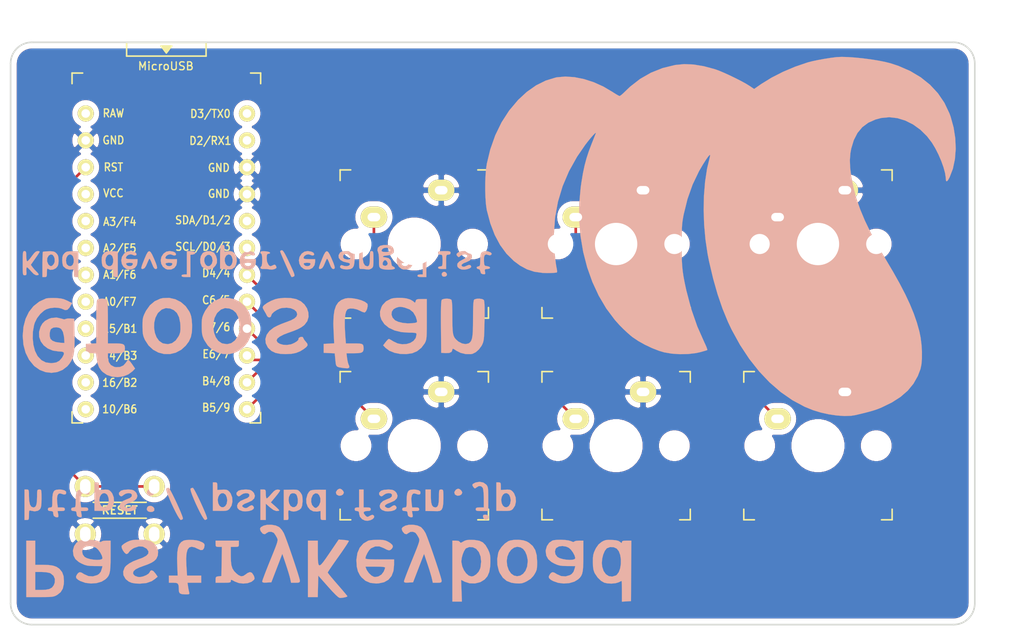
<source format=kicad_pcb>
(kicad_pcb (version 20171130) (host pcbnew 5.1.6)
  (layers (0 F.Cu signal) (31 B.Cu signal) (34 B.Paste user) (35 F.Paste user) (36 B.SilkS user) (37 F.SilkS user) (38 B.Mask user) (39 F.Mask user) (44 Edge.Cuts user))
  (net 0 "")
  (net 1 "Net-(SW1-Pad2)")
  (net 2 GND)
  (net 3 "Net-(SW2-Pad1)")
  (net 4 "Net-(SW3-Pad1)")
  (net 5 "Net-(SW4-Pad1)")
  (net 6 "Net-(SW5-Pad1)")
  (net 7 "Net-(SW6-Pad1)")
  (net 8 "Net-(SW7-Pad1)")
  (net 9 "Net-(U1-Pad1)")
  (net 10 "Net-(U1-Pad2)")
  (net 11 "Net-(U1-Pad5)")
  (net 12 "Net-(U1-Pad6)")
  (net 13 "Net-(U1-Pad13)")
  (net 14 "Net-(U1-Pad14)")
  (net 15 "Net-(U1-Pad15)")
  (net 16 "Net-(U1-Pad16)")
  (net 17 "Net-(U1-Pad17)")
  (net 18 "Net-(U1-Pad18)")
  (net 19 "Net-(U1-Pad19)")
  (net 20 "Net-(U1-Pad20)")
  (net 21 VCC)
  (net 22 "Net-(U1-Pad24)")
  (module mkbd:meishi (layer B.Cu) (at 65 57)
    (fp_text reference G*** hide)
    (fp_text value LOGO hide)
  )
  (module kbd:CherryMX_1u (layer F.Cu) (at 58.1 68.1)
    (fp_text reference SW3 hide)
    (fp_text value SW_PUSH hide)
    (pad 1 thru_hole oval (at -3.81 -2.54) (size 2.5 2) (drill oval 1.2 0.8) (layers *.Cu F.SilkS B.Mask) (net 4 "Net-(SW3-Pad1)"))
    (pad 2 thru_hole oval (at 2.54 -5.08) (size 2.5 2) (drill oval 1.2 0.8) (layers *.Cu F.SilkS B.Mask) (net 2 GND))
    (pad "" np_thru_hole circle (at 5.5 0 90) (size 1.9 1.9) (drill 1.9) (layers *.Cu *.Mask))
    (pad "" np_thru_hole circle (at -5.5 0 90) (size 1.9 1.9) (drill 1.9) (layers *.Cu *.Mask))
    (pad "" np_thru_hole circle (at 0 0 90) (size 4 4) (drill 4) (layers *.Cu *.Mask))
  )
  (module kbd:ResetSW_4 (layer F.Cu) (at 30.3 74.2 180)
    (fp_text reference SW1 hide)
    (fp_text value SW_Push)
    (fp_text user RESET (at 0 0) (layer F.SilkS) (effects (font (size 0.75 0.75))))
    (pad 2 thru_hole circle (at 3.25 2.25 180) (size 2 2) (drill oval 1 1.4) (layers *.Cu F.SilkS B.Mask) (net 1 "Net-(SW1-Pad2)"))
    (pad 2 thru_hole circle (at -3.25 2.25 180) (size 2 2) (drill oval 1 1.4) (layers *.Cu F.SilkS B.Mask) (net 1 "Net-(SW1-Pad2)"))
    (pad 1 thru_hole circle (at -3.25 -2.25 180) (size 2 2) (drill oval 1 1.4) (layers *.Cu F.SilkS B.Mask) (net 2 GND))
    (pad 1 thru_hole circle (at 3.25 -2.25 180) (size 2 2) (drill oval 1 1.4) (layers *.Cu F.SilkS B.Mask) (net 2 GND))
  )
  (module kbd:CherryMX_1u (layer F.Cu) (at 58.1 49.05)
    (fp_text reference SW2 hide)
    (fp_text value SW_PUSH hide)
    (pad "" np_thru_hole circle (at 0 0 90) (size 4 4) (drill 4) (layers *.Cu *.Mask))
    (pad "" np_thru_hole circle (at -5.5 0 90) (size 1.9 1.9) (drill 1.9) (layers *.Cu *.Mask))
    (pad "" np_thru_hole circle (at 5.5 0 90) (size 1.9 1.9) (drill 1.9) (layers *.Cu *.Mask))
    (pad 2 thru_hole oval (at 2.54 -5.08) (size 2.5 2) (drill oval 1.2 0.8) (layers *.Cu F.SilkS B.Mask) (net 2 GND))
    (pad 1 thru_hole oval (at -3.81 -2.54) (size 2.5 2) (drill oval 1.2 0.8) (layers *.Cu F.SilkS B.Mask) (net 3 "Net-(SW2-Pad1)"))
  )
  (module kbd:CherryMX_1u (layer F.Cu) (at 77.15 49.05)
    (fp_text reference SW4 hide)
    (fp_text value SW_PUSH hide)
    (pad 1 thru_hole oval (at -3.81 -2.54) (size 2.5 2) (drill oval 1.2 0.8) (layers *.Cu F.SilkS B.Mask) (net 5 "Net-(SW4-Pad1)"))
    (pad 2 thru_hole oval (at 2.54 -5.08) (size 2.5 2) (drill oval 1.2 0.8) (layers *.Cu F.SilkS B.Mask) (net 2 GND))
    (pad "" np_thru_hole circle (at 5.5 0 90) (size 1.9 1.9) (drill 1.9) (layers *.Cu *.Mask))
    (pad "" np_thru_hole circle (at -5.5 0 90) (size 1.9 1.9) (drill 1.9) (layers *.Cu *.Mask))
    (pad "" np_thru_hole circle (at 0 0 90) (size 4 4) (drill 4) (layers *.Cu *.Mask))
  )
  (module kbd:CherryMX_1u (layer F.Cu) (at 77.15 68.1)
    (fp_text reference SW5 hide)
    (fp_text value SW_PUSH hide)
    (pad "" np_thru_hole circle (at 0 0 90) (size 4 4) (drill 4) (layers *.Cu *.Mask))
    (pad "" np_thru_hole circle (at -5.5 0 90) (size 1.9 1.9) (drill 1.9) (layers *.Cu *.Mask))
    (pad "" np_thru_hole circle (at 5.5 0 90) (size 1.9 1.9) (drill 1.9) (layers *.Cu *.Mask))
    (pad 2 thru_hole oval (at 2.54 -5.08) (size 2.5 2) (drill oval 1.2 0.8) (layers *.Cu F.SilkS B.Mask) (net 2 GND))
    (pad 1 thru_hole oval (at -3.81 -2.54) (size 2.5 2) (drill oval 1.2 0.8) (layers *.Cu F.SilkS B.Mask) (net 6 "Net-(SW5-Pad1)"))
  )
  (module kbd:CherryMX_1u (layer F.Cu) (at 96.2 49.05)
    (fp_text reference SW6 hide)
    (fp_text value SW_PUSH hide)
    (pad "" np_thru_hole circle (at 0 0 90) (size 4 4) (drill 4) (layers *.Cu *.Mask))
    (pad "" np_thru_hole circle (at -5.5 0 90) (size 1.9 1.9) (drill 1.9) (layers *.Cu *.Mask))
    (pad "" np_thru_hole circle (at 5.5 0 90) (size 1.9 1.9) (drill 1.9) (layers *.Cu *.Mask))
    (pad 2 thru_hole oval (at 2.54 -5.08) (size 2.5 2) (drill oval 1.2 0.8) (layers *.Cu F.SilkS B.Mask) (net 2 GND))
    (pad 1 thru_hole oval (at -3.81 -2.54) (size 2.5 2) (drill oval 1.2 0.8) (layers *.Cu F.SilkS B.Mask) (net 7 "Net-(SW6-Pad1)"))
  )
  (module kbd:CherryMX_1u (layer F.Cu) (at 96.2 68.1)
    (fp_text reference SW7 hide)
    (fp_text value SW_PUSH hide)
    (pad 1 thru_hole oval (at -3.81 -2.54) (size 2.5 2) (drill oval 1.2 0.8) (layers *.Cu F.SilkS B.Mask) (net 8 "Net-(SW7-Pad1)"))
    (pad 2 thru_hole oval (at 2.54 -5.08) (size 2.5 2) (drill oval 1.2 0.8) (layers *.Cu F.SilkS B.Mask) (net 2 GND))
    (pad "" np_thru_hole circle (at 5.5 0 90) (size 1.9 1.9) (drill 1.9) (layers *.Cu *.Mask))
    (pad "" np_thru_hole circle (at -5.5 0 90) (size 1.9 1.9) (drill 1.9) (layers *.Cu *.Mask))
    (pad "" np_thru_hole circle (at 0 0 90) (size 4 4) (drill 4) (layers *.Cu *.Mask))
  )
  (module kbd:ProMicro_v3 (layer F.Cu) (at 34.7 51.2)
    (fp_text reference U1 hide)
    (fp_text value ProMicro_r hide)
    (fp_text user MicroUSB (at -0.05 -18.95) (layer F.SilkS) (effects (font (size 0.75 0.75) (thickness 0.12))))
    (fp_text user B4/8 (at 4.705 10.8 unlocked) (layer F.SilkS) (effects (font (size 0.75 0.67) (thickness 0.125))))
    (fp_text user D2/RX1 (at 4.155 -11.9 unlocked) (layer F.SilkS) (effects (font (size 0.75 0.67) (thickness 0.125))))
    (fp_text user B5/9 (at 4.705 13.3 unlocked) (layer F.SilkS) (effects (font (size 0.75 0.67) (thickness 0.125))))
    (fp_text user C6/5 (at 4.705 3.15 unlocked) (layer F.SilkS) (effects (font (size 0.75 0.67) (thickness 0.125))))
    (fp_text user SCL/D0/3 (at 3.455 -1.9 unlocked) (layer F.SilkS) (effects (font (size 0.75 0.67) (thickness 0.125))))
    (fp_text user SDA/D1/2 (at 3.455 -4.4 unlocked) (layer F.SilkS) (effects (font (size 0.75 0.67) (thickness 0.125))))
    (fp_text user D4/4 (at 4.705 0.6 unlocked) (layer F.SilkS) (effects (font (size 0.75 0.67) (thickness 0.125))))
    (fp_text user D3/TX0 (at 4.155 -14.45 unlocked) (layer F.SilkS) (effects (font (size 0.75 0.67) (thickness 0.125))))
    (fp_text user GND (at 4.955 -6.9 unlocked) (layer F.SilkS) (effects (font (size 0.75 0.67) (thickness 0.125))))
    (fp_text user GND (at 4.955 -9.35 unlocked) (layer F.SilkS) (effects (font (size 0.75 0.67) (thickness 0.125))))
    (fp_text user D7/6 (at 4.705 5.7 unlocked) (layer F.SilkS) (effects (font (size 0.75 0.67) (thickness 0.125))))
    (fp_text user E6/7 (at 4.705 8.25 unlocked) (layer F.SilkS) (effects (font (size 0.75 0.67) (thickness 0.125))))
    (fp_text user 16/B2 (at -4.395 10.95 unlocked) (layer F.SilkS) (effects (font (size 0.75 0.67) (thickness 0.125))))
    (fp_text user 10/B6 (at -4.395 13.45 unlocked) (layer F.SilkS) (effects (font (size 0.75 0.67) (thickness 0.125))))
    (fp_text user 14/B3 (at -4.395 8.4 unlocked) (layer F.SilkS) (effects (font (size 0.75 0.67) (thickness 0.125))))
    (fp_text user 15/B1 (at -4.395 5.85 unlocked) (layer F.SilkS) (effects (font (size 0.75 0.67) (thickness 0.125))))
    (fp_text user A0/F7 (at -4.395 3.3 unlocked) (layer F.SilkS) (effects (font (size 0.75 0.67) (thickness 0.125))))
    (fp_text user A1/F6 (at -4.395 0.75 unlocked) (layer F.SilkS) (effects (font (size 0.75 0.67) (thickness 0.125))))
    (fp_text user A2/F5 (at -4.395 -1.75 unlocked) (layer F.SilkS) (effects (font (size 0.75 0.67) (thickness 0.125))))
    (fp_text user A3/F4 (at -4.395 -4.25 unlocked) (layer F.SilkS) (effects (font (size 0.75 0.67) (thickness 0.125))))
    (fp_text user VCC (at -4.995 -6.95 unlocked) (layer F.SilkS) (effects (font (size 0.75 0.67) (thickness 0.125))))
    (fp_text user RST (at -4.995 -9.4 unlocked) (layer F.SilkS) (effects (font (size 0.75 0.67) (thickness 0.125))))
    (fp_text user GND (at -4.995 -11.95 unlocked) (layer F.SilkS) (effects (font (size 0.75 0.67) (thickness 0.125))))
    (fp_text user RAW (at -4.995 -14.5 unlocked) (layer F.SilkS) (effects (font (size 0.75 0.67) (thickness 0.125))))
    (fp_text user "" (at -0.545 -17.4) (layer F.SilkS))
    (fp_text user "" (at -1.2515 -16.256) (layer B.SilkS) (effects (justify mirror)))
    (pad 1 thru_hole circle (at 7.6114 -14.478) (size 1.524 1.524) (drill 0.8128) (layers *.Cu F.SilkS B.Mask) (net 9 "Net-(U1-Pad1)"))
    (pad 2 thru_hole circle (at 7.6114 -11.938) (size 1.524 1.524) (drill 0.8128) (layers *.Cu F.SilkS B.Mask) (net 10 "Net-(U1-Pad2)"))
    (pad 3 thru_hole circle (at 7.6114 -9.398) (size 1.524 1.524) (drill 0.8128) (layers *.Cu F.SilkS B.Mask) (net 2 GND))
    (pad 4 thru_hole circle (at 7.6114 -6.858) (size 1.524 1.524) (drill 0.8128) (layers *.Cu F.SilkS B.Mask) (net 2 GND))
    (pad 5 thru_hole circle (at 7.6114 -4.318) (size 1.524 1.524) (drill 0.8128) (layers *.Cu F.SilkS B.Mask) (net 11 "Net-(U1-Pad5)"))
    (pad 6 thru_hole circle (at 7.6114 -1.778) (size 1.524 1.524) (drill 0.8128) (layers *.Cu F.SilkS B.Mask) (net 12 "Net-(U1-Pad6)"))
    (pad 7 thru_hole circle (at 7.6114 0.762) (size 1.524 1.524) (drill 0.8128) (layers *.Cu F.SilkS B.Mask) (net 3 "Net-(SW2-Pad1)"))
    (pad 8 thru_hole circle (at 7.6114 3.302) (size 1.524 1.524) (drill 0.8128) (layers *.Cu F.SilkS B.Mask) (net 5 "Net-(SW4-Pad1)"))
    (pad 9 thru_hole circle (at 7.6114 5.842) (size 1.524 1.524) (drill 0.8128) (layers *.Cu F.SilkS B.Mask) (net 7 "Net-(SW6-Pad1)"))
    (pad 10 thru_hole circle (at 7.6114 8.382) (size 1.524 1.524) (drill 0.8128) (layers *.Cu F.SilkS B.Mask) (net 8 "Net-(SW7-Pad1)"))
    (pad 11 thru_hole circle (at 7.6114 10.922) (size 1.524 1.524) (drill 0.8128) (layers *.Cu F.SilkS B.Mask) (net 6 "Net-(SW5-Pad1)"))
    (pad 12 thru_hole circle (at 7.6114 13.462) (size 1.524 1.524) (drill 0.8128) (layers *.Cu F.SilkS B.Mask) (net 4 "Net-(SW3-Pad1)"))
    (pad 13 thru_hole circle (at -7.6086 13.462) (size 1.524 1.524) (drill 0.8128) (layers *.Cu F.SilkS B.Mask) (net 13 "Net-(U1-Pad13)"))
    (pad 14 thru_hole circle (at -7.6086 10.922) (size 1.524 1.524) (drill 0.8128) (layers *.Cu F.SilkS B.Mask) (net 14 "Net-(U1-Pad14)"))
    (pad 15 thru_hole circle (at -7.6086 8.382) (size 1.524 1.524) (drill 0.8128) (layers *.Cu F.SilkS B.Mask) (net 15 "Net-(U1-Pad15)"))
    (pad 16 thru_hole circle (at -7.6086 5.842) (size 1.524 1.524) (drill 0.8128) (layers *.Cu F.SilkS B.Mask) (net 16 "Net-(U1-Pad16)"))
    (pad 17 thru_hole circle (at -7.6086 3.302) (size 1.524 1.524) (drill 0.8128) (layers *.Cu F.SilkS B.Mask) (net 17 "Net-(U1-Pad17)"))
    (pad 18 thru_hole circle (at -7.6086 0.762) (size 1.524 1.524) (drill 0.8128) (layers *.Cu F.SilkS B.Mask) (net 18 "Net-(U1-Pad18)"))
    (pad 19 thru_hole circle (at -7.6086 -1.778) (size 1.524 1.524) (drill 0.8128) (layers *.Cu F.SilkS B.Mask) (net 19 "Net-(U1-Pad19)"))
    (pad 20 thru_hole circle (at -7.6086 -4.318) (size 1.524 1.524) (drill 0.8128) (layers *.Cu F.SilkS B.Mask) (net 20 "Net-(U1-Pad20)"))
    (pad 21 thru_hole circle (at -7.6086 -6.858) (size 1.524 1.524) (drill 0.8128) (layers *.Cu F.SilkS B.Mask) (net 21 VCC))
    (pad 22 thru_hole circle (at -7.6086 -9.398) (size 1.524 1.524) (drill 0.8128) (layers *.Cu F.SilkS B.Mask) (net 1 "Net-(SW1-Pad2)"))
    (pad 23 thru_hole circle (at -7.6086 -11.938) (size 1.524 1.524) (drill 0.8128) (layers *.Cu F.SilkS B.Mask) (net 2 GND))
    (pad 24 thru_hole circle (at -7.6086 -14.478) (size 1.524 1.524) (drill 0.8128) (layers *.Cu F.SilkS B.Mask) (net 22 "Net-(U1-Pad24)"))
  )
  (gr_arc (start 22 32) (end 22 30) (angle -90) (layer Edge.Cuts) (width 0.15))
  (gr_arc (start 22 83) (end 20 83) (angle -90) (layer Edge.Cuts) (width 0.15))
  (gr_arc (start 109 83) (end 109 85) (angle -90) (layer Edge.Cuts) (width 0.15))
  (gr_arc (start 109 32) (end 111 32) (angle -90) (layer Edge.Cuts) (width 0.15))
  (gr_line (start 20 83) (end 20 32) (layer Edge.Cuts) (width 0.15))
  (gr_line (start 109 85) (end 22 85) (layer Edge.Cuts) (width 0.15))
  (gr_line (start 111 32) (end 111 83) (layer Edge.Cuts) (width 0.15))
  (gr_line (start 22 30) (end 109 30) (layer Edge.Cuts) (width 0.15))
  (segment (start 24 68.9) (end 27.05 71.95) (width 0.25) (layer F.Cu) (net 1))
  (segment (start 24 44.8934) (end 24 68.9) (width 0.25) (layer F.Cu) (net 1))
  (segment (start 27.0914 41.802) (end 24 44.8934) (width 0.25) (layer F.Cu) (net 1))
  (segment (start 27.05 71.95) (end 33.55 71.95) (width 0.25) (layer F.Cu) (net 1))
  (segment (start 54.29 46.51) (end 54.29 53.71) (width 0.25) (layer F.Cu) (net 3))
  (segment (start 54.29 53.71) (end 52 56) (width 0.25) (layer F.Cu) (net 3))
  (segment (start 46.3494 56) (end 42.3114 51.962) (width 0.25) (layer F.Cu) (net 3))
  (segment (start 52 56) (end 46.3494 56) (width 0.25) (layer F.Cu) (net 3))
  (segment (start 50.73 62) (end 54.29 65.56) (width 0.25) (layer F.Cu) (net 4))
  (segment (start 44.9734 62) (end 50.73 62) (width 0.25) (layer F.Cu) (net 4))
  (segment (start 42.3114 64.662) (end 44.9734 62) (width 0.25) (layer F.Cu) (net 4))
  (segment (start 73.34 46.51) (end 73.34 53.66) (width 0.25) (layer F.Cu) (net 5))
  (segment (start 73.34 53.66) (end 70 57) (width 0.25) (layer F.Cu) (net 5))
  (segment (start 44.8094 57) (end 42.3114 54.502) (width 0.25) (layer F.Cu) (net 5))
  (segment (start 70 57) (end 44.8094 57) (width 0.25) (layer F.Cu) (net 5))
  (segment (start 68.78 61) (end 73.34 65.56) (width 0.25) (layer F.Cu) (net 6))
  (segment (start 43.4334 61) (end 68.78 61) (width 0.25) (layer F.Cu) (net 6))
  (segment (start 42.3114 62.122) (end 43.4334 61) (width 0.25) (layer F.Cu) (net 6))
  (segment (start 92.39 46.51) (end 92.39 53.61) (width 0.25) (layer F.Cu) (net 7))
  (segment (start 92.39 53.61) (end 88 58) (width 0.25) (layer F.Cu) (net 7))
  (segment (start 43.2694 58) (end 42.3114 57.042) (width 0.25) (layer F.Cu) (net 7))
  (segment (start 88 58) (end 43.2694 58) (width 0.25) (layer F.Cu) (net 7))
  (segment (start 42.3114 59.582) (end 42.418 59.582) (width 0.25) (layer F.Cu) (net 8))
  (segment (start 42.418 59.582) (end 42.836 60) (width 0.25) (layer F.Cu) (net 8))
  (segment (start 86.83 60) (end 92.39 65.56) (width 0.25) (layer F.Cu) (net 8))
  (segment (start 42.836 60) (end 86.83 60) (width 0.25) (layer F.Cu) (net 8))
  (zone (net 2) (net_name GND) (layer F.Cu) (connect_pads (clearance 0.508)) (min_thickness 0.254) (fill yes (arc_segments 32) (thermal_gap 0.508) (thermal_bridge_width 0.508))
    (polygon (pts (xy 112 86) (xy 19 86) (xy 19 29) (xy 112 29)))
  )
  (zone (net 2) (net_name GND) (layer B.Cu) (connect_pads (clearance 0.508)) (min_thickness 0.254) (fill yes (arc_segments 32) (thermal_gap 0.508) (thermal_bridge_width 0.508))
    (polygon (pts (xy 112 86) (xy 19 86) (xy 19 29) (xy 112 29)))
  )
)
</source>
